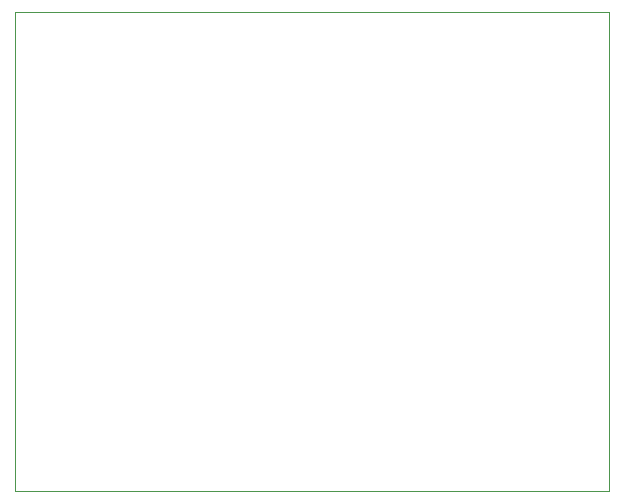
<source format=gbr>
%TF.GenerationSoftware,Altium Limited,Altium Designer,22.9.1 (49)*%
G04 Layer_Color=0*
%FSLAX45Y45*%
%MOMM*%
%TF.SameCoordinates,B14F6F0A-716E-4177-8A15-EB0EAC97BD69*%
%TF.FilePolarity,Positive*%
%TF.FileFunction,Profile,NP*%
%TF.Part,Single*%
G01*
G75*
%TA.AperFunction,Profile*%
%ADD40C,0.02540*%
D40*
X0Y0D02*
Y4051300D01*
X5029200D01*
Y0D01*
X0D01*
%TF.MD5,781cb3b5a6890489d5f26a44d4c04f6b*%
M02*

</source>
